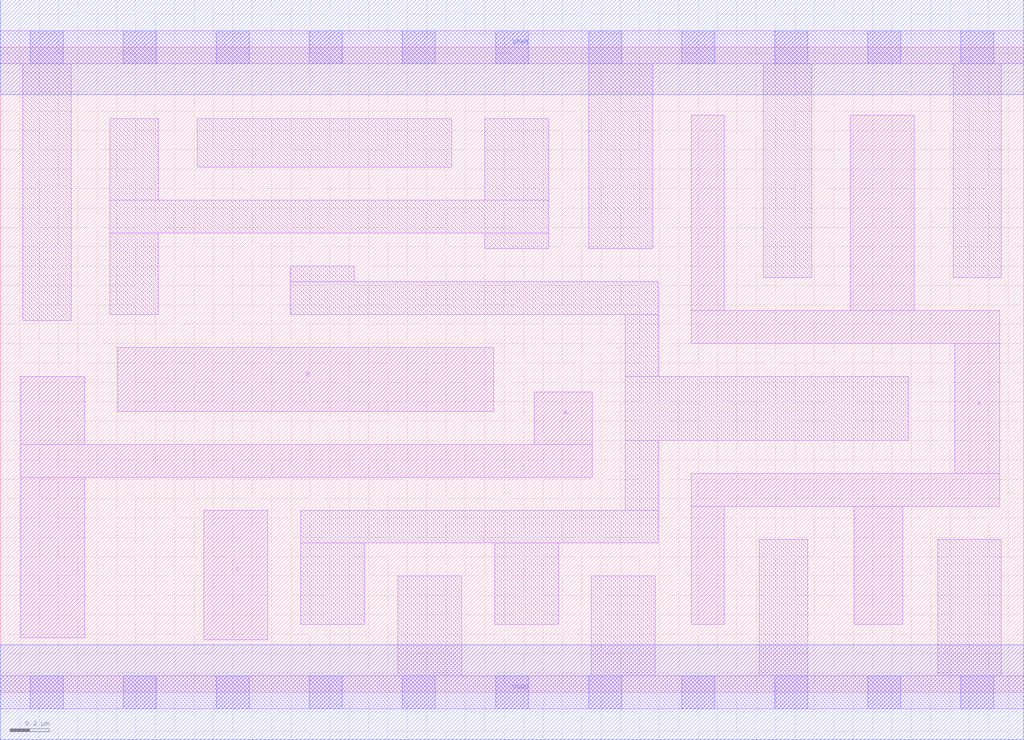
<source format=lef>
# Copyright 2020 The SkyWater PDK Authors
#
# Licensed under the Apache License, Version 2.0 (the "License");
# you may not use this file except in compliance with the License.
# You may obtain a copy of the License at
#
#     https://www.apache.org/licenses/LICENSE-2.0
#
# Unless required by applicable law or agreed to in writing, software
# distributed under the License is distributed on an "AS IS" BASIS,
# WITHOUT WARRANTIES OR CONDITIONS OF ANY KIND, either express or implied.
# See the License for the specific language governing permissions and
# limitations under the License.
#
# SPDX-License-Identifier: Apache-2.0

VERSION 5.5 ;
NAMESCASESENSITIVE ON ;
BUSBITCHARS "[]" ;
DIVIDERCHAR "/" ;
MACRO sky130_fd_sc_ls__or3_4
  CLASS CORE ;
  SOURCE USER ;
  ORIGIN  0.000000  0.000000 ;
  SIZE  5.280000 BY  3.330000 ;
  SYMMETRY X Y ;
  SITE unit ;
  PIN A
    ANTENNAGATEAREA  0.411000 ;
    DIRECTION INPUT ;
    USE SIGNAL ;
    PORT
      LAYER li1 ;
        RECT 0.105000 0.280000 0.435000 1.110000 ;
        RECT 0.105000 1.110000 3.055000 1.280000 ;
        RECT 0.105000 1.280000 0.435000 1.630000 ;
        RECT 2.755000 1.280000 3.055000 1.550000 ;
    END
  END A
  PIN B
    ANTENNAGATEAREA  0.411000 ;
    DIRECTION INPUT ;
    USE SIGNAL ;
    PORT
      LAYER li1 ;
        RECT 0.605000 1.450000 2.545000 1.780000 ;
    END
  END B
  PIN C
    ANTENNAGATEAREA  0.411000 ;
    DIRECTION INPUT ;
    USE SIGNAL ;
    PORT
      LAYER li1 ;
        RECT 1.050000 0.270000 1.380000 0.940000 ;
    END
  END C
  PIN X
    ANTENNADIFFAREA  1.090100 ;
    DIRECTION OUTPUT ;
    USE SIGNAL ;
    PORT
      LAYER li1 ;
        RECT 3.565000 0.350000 3.735000 0.960000 ;
        RECT 3.565000 0.960000 5.155000 1.130000 ;
        RECT 3.565000 1.800000 5.155000 1.970000 ;
        RECT 3.565000 1.970000 3.735000 2.980000 ;
        RECT 4.385000 1.970000 4.715000 2.980000 ;
        RECT 4.405000 0.350000 4.655000 0.960000 ;
        RECT 4.925000 1.130000 5.155000 1.800000 ;
    END
  END X
  PIN VGND
    DIRECTION INOUT ;
    SHAPE ABUTMENT ;
    USE GROUND ;
    PORT
      LAYER met1 ;
        RECT 0.000000 -0.245000 5.280000 0.245000 ;
    END
  END VGND
  PIN VPWR
    DIRECTION INOUT ;
    SHAPE ABUTMENT ;
    USE POWER ;
    PORT
      LAYER met1 ;
        RECT 0.000000 3.085000 5.280000 3.575000 ;
    END
  END VPWR
  OBS
    LAYER li1 ;
      RECT 0.000000 -0.085000 5.280000 0.085000 ;
      RECT 0.000000  3.245000 5.280000 3.415000 ;
      RECT 0.115000  1.920000 0.365000 3.245000 ;
      RECT 0.565000  1.950000 0.815000 2.370000 ;
      RECT 0.565000  2.370000 2.830000 2.540000 ;
      RECT 0.565000  2.540000 0.815000 2.960000 ;
      RECT 1.015000  2.710000 2.330000 2.960000 ;
      RECT 1.495000  1.950000 3.395000 2.120000 ;
      RECT 1.495000  2.120000 1.825000 2.200000 ;
      RECT 1.550000  0.350000 1.880000 0.770000 ;
      RECT 1.550000  0.770000 3.395000 0.940000 ;
      RECT 2.050000  0.085000 2.380000 0.600000 ;
      RECT 2.500000  2.290000 2.830000 2.370000 ;
      RECT 2.500000  2.540000 2.830000 2.960000 ;
      RECT 2.550000  0.350000 2.880000 0.770000 ;
      RECT 3.035000  2.290000 3.365000 3.245000 ;
      RECT 3.050000  0.085000 3.380000 0.600000 ;
      RECT 3.225000  0.940000 3.395000 1.300000 ;
      RECT 3.225000  1.300000 4.685000 1.630000 ;
      RECT 3.225000  1.630000 3.395000 1.950000 ;
      RECT 3.915000  0.085000 4.165000 0.790000 ;
      RECT 3.935000  2.140000 4.185000 3.245000 ;
      RECT 4.835000  0.085000 5.165000 0.790000 ;
      RECT 4.915000  2.140000 5.165000 3.245000 ;
    LAYER mcon ;
      RECT 0.155000 -0.085000 0.325000 0.085000 ;
      RECT 0.155000  3.245000 0.325000 3.415000 ;
      RECT 0.635000 -0.085000 0.805000 0.085000 ;
      RECT 0.635000  3.245000 0.805000 3.415000 ;
      RECT 1.115000 -0.085000 1.285000 0.085000 ;
      RECT 1.115000  3.245000 1.285000 3.415000 ;
      RECT 1.595000 -0.085000 1.765000 0.085000 ;
      RECT 1.595000  3.245000 1.765000 3.415000 ;
      RECT 2.075000 -0.085000 2.245000 0.085000 ;
      RECT 2.075000  3.245000 2.245000 3.415000 ;
      RECT 2.555000 -0.085000 2.725000 0.085000 ;
      RECT 2.555000  3.245000 2.725000 3.415000 ;
      RECT 3.035000 -0.085000 3.205000 0.085000 ;
      RECT 3.035000  3.245000 3.205000 3.415000 ;
      RECT 3.515000 -0.085000 3.685000 0.085000 ;
      RECT 3.515000  3.245000 3.685000 3.415000 ;
      RECT 3.995000 -0.085000 4.165000 0.085000 ;
      RECT 3.995000  3.245000 4.165000 3.415000 ;
      RECT 4.475000 -0.085000 4.645000 0.085000 ;
      RECT 4.475000  3.245000 4.645000 3.415000 ;
      RECT 4.955000 -0.085000 5.125000 0.085000 ;
      RECT 4.955000  3.245000 5.125000 3.415000 ;
  END
END sky130_fd_sc_ls__or3_4

</source>
